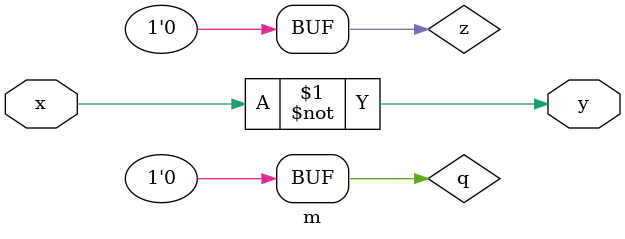
<source format=v>
module m(input x, output y);
    assign y = ~x;
    wire q;
    assign q = y & x;
    wire z;
    assign z = (y & x) | q;
endmodule

</source>
